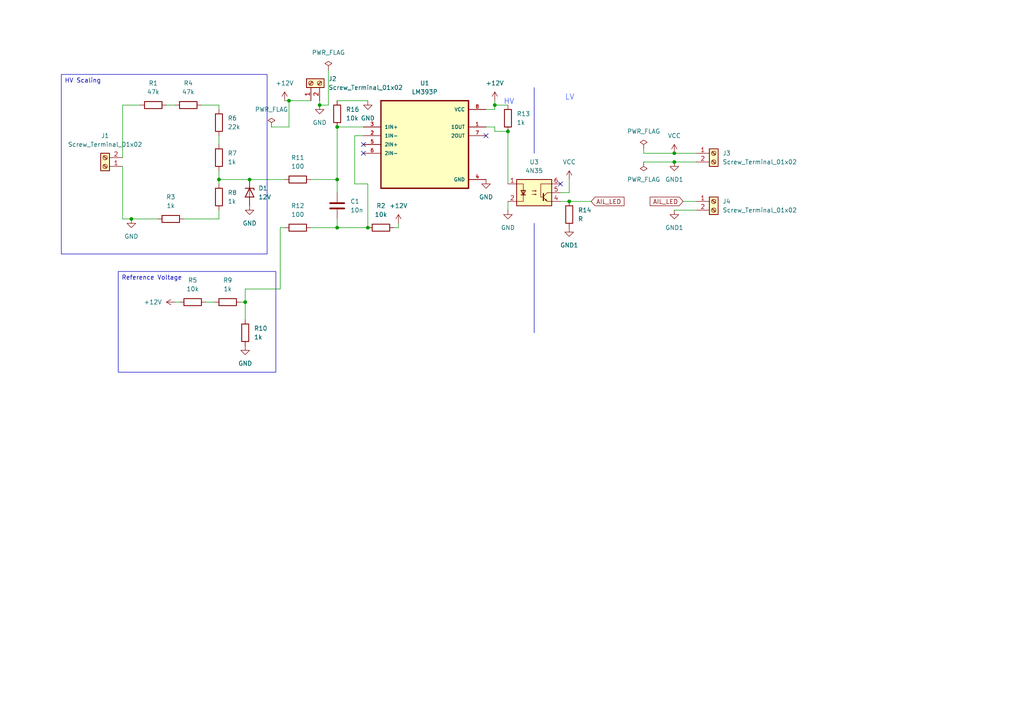
<source format=kicad_sch>
(kicad_sch (version 20230121) (generator eeschema)
  (paper "A4")
  (title_block (title "Accumulator Indicator Light") (rev "V1") (company "Phoenix Racing"))
  (lib_symbols
    (symbol "Connector:Screw_Terminal_01x02" (pin_names (offset 1.016) hide)
      (property "Reference" "J" (at 0 2.54 0))
      (property "Value" "Screw_Terminal_01x02" (at 0 -5.08 0))
      (symbol "Screw_Terminal_01x02_1_1"
        (rectangle (start -1.27 1.27) (end 1.27 -3.81) (stroke (width 0.254)) (fill (type background)))
        (circle (center 0 -2.54) (radius 0.635) (stroke (width 0.1524)))
        (polyline (pts (xy -0.5334 -2.2098) (xy 0.3302 -3.048)) (stroke (width 0.1524)))
        (polyline (pts (xy -0.5334 0.3302) (xy 0.3302 -0.508)) (stroke (width 0.1524)))
        (polyline (pts (xy -0.3556 -2.032) (xy 0.508 -2.8702)) (stroke (width 0.1524)))
        (polyline (pts (xy -0.3556 0.508) (xy 0.508 -0.3302)) (stroke (width 0.1524)))
        (circle (center 0 0) (radius 0.635) (stroke (width 0.1524)))
        (pin passive line (at -5.08 0 0) (length 3.81) (name "Pin_1") (number "1"))
        (pin passive line (at -5.08 -2.54 0) (length 3.81) (name "Pin_2") (number "2"))
      )
    )
    (symbol "Device:C" (pin_numbers hide) (pin_names (offset 0.254))
      (property "Reference" "C" (at 0.635 2.54 0))
      (property "Value" "C" (at 0.635 -2.54 0))
      (symbol "C_0_1"
        (polyline (pts (xy -2.032 -0.762) (xy 2.032 -0.762)) (stroke (width 0.508)))
        (polyline (pts (xy -2.032 0.762) (xy 2.032 0.762)) (stroke (width 0.508)))
      )
      (symbol "C_1_1"
        (pin passive line (at 0 3.81 270) (length 2.794) (name "~") (number "1"))
        (pin passive line (at 0 -3.81 90) (length 2.794) (name "~") (number "2"))
      )
    )
    (symbol "Device:D_Zener" (pin_numbers hide) (pin_names (offset 1.016) hide)
      (property "Reference" "D" (at 0 2.54 0))
      (property "Value" "D_Zener" (at 0 -2.54 0))
      (symbol "D_Zener_0_1"
        (polyline (pts (xy 1.27 0) (xy -1.27 0)))
        (polyline (pts (xy -1.27 -1.27) (xy -1.27 1.27) (xy -0.762 1.27)) (stroke (width 0.254)))
        (polyline (pts (xy 1.27 -1.27) (xy 1.27 1.27) (xy -1.27 0) (xy 1.27 -1.27)) (stroke (width 0.254)))
      )
      (symbol "D_Zener_1_1"
        (pin passive line (at -3.81 0 0) (length 2.54) (name "K") (number "1"))
        (pin passive line (at 3.81 0 180) (length 2.54) (name "A") (number "2"))
      )
    )
    (symbol "Device:R" (pin_numbers hide) (pin_names (offset 0))
      (property "Reference" "R" (at 2.032 0 90))
      (property "Value" "R" (at 0 0 90))
      (symbol "R_0_1"
        (rectangle (start -1.016 -2.54) (end 1.016 2.54) (stroke (width 0.254)))
      )
      (symbol "R_1_1"
        (pin passive line (at 0 3.81 270) (length 1.27) (name "~") (number "1"))
        (pin passive line (at 0 -3.81 90) (length 1.27) (name "~") (number "2"))
      )
    )
    (symbol "Isolator:4N35" (pin_names (offset 1.016))
      (property "Reference" "U" (at -5.08 5.08 0))
      (property "Value" "4N35" (at 0 5.08 0))
      (symbol "4N35_0_1"
        (rectangle (start -5.08 3.81) (end 5.08 -3.81) (stroke (width 0.254)) (fill (type background)))
        (polyline (pts (xy -3.81 -0.635) (xy -2.54 -0.635)) (stroke (width 0.254)))
        (polyline (pts (xy 2.667 -1.397) (xy 3.81 -2.54)))
        (polyline (pts (xy 2.667 -1.143) (xy 3.81 0)))
        (polyline (pts (xy 3.81 -2.54) (xy 5.08 -2.54)))
        (polyline (pts (xy 3.81 0) (xy 5.08 0)))
        (polyline (pts (xy 2.667 -0.254) (xy 2.667 -2.286) (xy 2.667 -2.286)) (stroke (width 0.3556)))
        (polyline (pts (xy -5.08 -2.54) (xy -3.175 -2.54) (xy -3.175 2.54) (xy -5.08 2.54)))
        (polyline (pts (xy -3.175 -0.635) (xy -3.81 0.635) (xy -2.54 0.635) (xy -3.175 -0.635)) (stroke (width 0.254)))
        (polyline (pts (xy 3.683 -2.413) (xy 3.429 -1.905) (xy 3.175 -2.159) (xy 3.683 -2.413)))
        (polyline (pts (xy 5.08 2.54) (xy 1.905 2.54) (xy 1.905 -1.27) (xy 2.54 -1.27)))
        (polyline (pts (xy -0.635 -0.508) (xy 0.635 -0.508) (xy 0.254 -0.635) (xy 0.254 -0.381) (xy 0.635 -0.508)))
        (polyline (pts (xy -0.635 0.508) (xy 0.635 0.508) (xy 0.254 0.381) (xy 0.254 0.635) (xy 0.635 0.508)))
      )
      (symbol "4N35_1_1"
        (pin passive line (at -7.62 2.54 0) (length 2.54) (name "~") (number "1"))
        (pin passive line (at -7.62 -2.54 0) (length 2.54) (name "~") (number "2"))
        (pin no_connect line (at -5.08 0 0) (length 2.54) hide (name "NC") (number "3"))
        (pin passive line (at 7.62 -2.54 180) (length 2.54) (name "~") (number "4"))
        (pin passive line (at 7.62 0 180) (length 2.54) (name "~") (number "5"))
        (pin passive line (at 7.62 2.54 180) (length 2.54) (name "~") (number "6"))
      )
    )
    (symbol "LM393:LM393P" (pin_names (offset 1.016))
      (property "Reference" "U" (at -12.7 13.7 0))
      (property "Value" "LM393P" (at -12.7 -16.7 0))
      (symbol "LM393P_0_0"
        (rectangle (start -12.7 -12.7) (end 12.7 12.7) (stroke (width 0.41)) (fill (type background)))
        (pin output line (at 17.78 5.08 180) (length 5.08) (name "1OUT") (number "1"))
        (pin input line (at -17.78 2.54 0) (length 5.08) (name "1IN-") (number "2"))
        (pin input line (at -17.78 5.08 0) (length 5.08) (name "1IN+") (number "3"))
        (pin power_in line (at 17.78 -10.16 180) (length 5.08) (name "GND") (number "4"))
        (pin input line (at -17.78 0 0) (length 5.08) (name "2IN+") (number "5"))
        (pin input line (at -17.78 -2.54 0) (length 5.08) (name "2IN-") (number "6"))
        (pin output line (at 17.78 2.54 180) (length 5.08) (name "2OUT") (number "7"))
        (pin power_in line (at 17.78 10.16 180) (length 5.08) (name "VCC") (number "8"))
      )
    )
    (symbol "power:+12V" (power) (pin_names (offset 0))
      (property "Value" "+12V" (at 0 3.556 0))
      (symbol "+12V_0_1"
        (polyline (pts (xy -0.762 1.27) (xy 0 2.54)))
        (polyline (pts (xy 0 0) (xy 0 2.54)))
        (polyline (pts (xy 0 2.54) (xy 0.762 1.27)))
      )
      (symbol "+12V_1_1"
        (pin power_in line (at 0 0 90) (length 0) hide (name "+12V") (number "1"))
      )
    )
    (symbol "power:GND" (power) (pin_names (offset 0))
      (property "Value" "GND" (at 0 -3.81 0))
      (symbol "GND_0_1"
        (polyline (pts (xy 0 0) (xy 0 -1.27) (xy 1.27 -1.27) (xy 0 -2.54) (xy -1.27 -1.27) (xy 0 -1.27)))
      )
      (symbol "GND_1_1"
        (pin power_in line (at 0 0 270) (length 0) hide (name "GND") (number "1"))
      )
    )
    (symbol "power:GND1" (power) (pin_names (offset 0))
      (property "Value" "GND1" (at 0 -3.81 0))
      (symbol "GND1_0_1"
        (polyline (pts (xy 0 0) (xy 0 -1.27) (xy 1.27 -1.27) (xy 0 -2.54) (xy -1.27 -1.27) (xy 0 -1.27)))
      )
      (symbol "GND1_1_1"
        (pin power_in line (at 0 0 270) (length 0) hide (name "GND1") (number "1"))
      )
    )
    (symbol "power:PWR_FLAG" (power) (pin_numbers hide) (pin_names (offset 0) hide)
      (property "Value" "PWR_FLAG" (at 0 3.81 0))
      (symbol "PWR_FLAG_0_0"
        (pin power_out line (at 0 0 90) (length 0) (name "pwr") (number "1"))
      )
      (symbol "PWR_FLAG_0_1"
        (polyline (pts (xy 0 0) (xy 0 1.27) (xy -1.016 1.905) (xy 0 2.54) (xy 1.016 1.905) (xy 0 1.27)))
      )
    )
    (symbol "power:VCC" (power) (pin_names (offset 0))
      (property "Value" "VCC" (at 0 3.81 0))
      (symbol "VCC_0_1"
        (polyline (pts (xy -0.762 1.27) (xy 0 2.54)))
        (polyline (pts (xy 0 0) (xy 0 2.54)))
        (polyline (pts (xy 0 2.54) (xy 0.762 1.27)))
      )
      (symbol "VCC_1_1"
        (pin power_in line (at 0 0 90) (length 0) hide (name "VCC") (number "1"))
      )
    )
  )
  (junction (at 165.1 58.42))
  (junction (at 38.1 63.5))
  (junction (at 97.79 36.83))
  (junction (at 92.71 30.48))
  (junction (at 195.58 44.45))
  (junction (at 72.39 52.07))
  (junction (at 71.12 87.63))
  (junction (at 106.68 66.04))
  (junction (at 63.5 52.07))
  (junction (at 83.82 29.21))
  (junction (at 97.79 52.07))
  (junction (at 143.51 30.48))
  (junction (at 97.79 66.04))
  (junction (at 195.58 46.99))
  (junction (at 147.32 38.1))
  (no_connect (at 105.41 44.45))
  (no_connect (at 162.56 53.34))
  (no_connect (at 140.97 39.37))
  (no_connect (at 105.41 41.91))
  (wire (pts (xy 186.69 46.99) (xy 195.58 46.99)))
  (wire (pts (xy 97.79 36.83) (xy 97.79 52.07)))
  (wire (pts (xy 140.97 36.83) (xy 143.51 36.83)))
  (wire (pts (xy 102.87 39.37) (xy 105.41 39.37)))
  (wire (pts (xy 97.79 36.83) (xy 105.41 36.83)))
  (wire (pts (xy 63.5 52.07) (xy 72.39 52.07)))
  (wire (pts (xy 195.58 60.96) (xy 201.93 60.96)))
  (wire (pts (xy 195.58 46.99) (xy 201.93 46.99)))
  (wire (pts (xy 165.1 58.42) (xy 171.45 58.42)))
  (wire (pts (xy 35.56 30.48) (xy 40.64 30.48)))
  (wire (pts (xy 63.5 39.37) (xy 63.5 41.91)))
  (wire (pts (xy 97.79 66.04) (xy 106.68 66.04)))
  (wire (pts (xy 53.34 63.5) (xy 63.5 63.5)))
  (wire (pts (xy 165.1 52.07) (xy 165.1 55.88)))
  (wire (pts (xy 143.51 30.48) (xy 143.51 31.75)))
  (wire (pts (xy 71.12 87.63) (xy 71.12 92.71)))
  (wire (pts (xy 63.5 63.5) (xy 63.5 60.96)))
  (wire (pts (xy 71.12 83.82) (xy 71.12 87.63)))
  (wire (pts (xy 35.56 63.5) (xy 38.1 63.5)))
  (wire (pts (xy 186.69 44.45) (xy 195.58 44.45)))
  (wire (pts (xy 92.71 30.48) (xy 95.25 30.48)))
  (wire (pts (xy 35.56 45.72) (xy 35.56 30.48)))
  (wire (pts (xy 162.56 58.42) (xy 165.1 58.42)))
  (wire (pts (xy 147.32 38.1) (xy 147.32 53.34)))
  (wire (pts (xy 90.17 52.07) (xy 97.79 52.07)))
  (wire (pts (xy 102.87 53.34) (xy 106.68 53.34)))
  (wire (pts (xy 143.51 30.48) (xy 147.32 30.48)))
  (wire (pts (xy 90.17 66.04) (xy 97.79 66.04)))
  (wire (pts (xy 58.42 30.48) (xy 63.5 30.48)))
  (wire (pts (xy 63.5 49.53) (xy 63.5 52.07)))
  (wire (pts (xy 78.74 36.83) (xy 83.82 36.83)))
  (wire (pts (xy 59.69 87.63) (xy 62.23 87.63)))
  (wire (pts (xy 92.71 30.48) (xy 92.71 29.21)))
  (wire (pts (xy 35.56 48.26) (xy 35.56 63.5)))
  (wire (pts (xy 186.69 43.18) (xy 186.69 44.45)))
  (wire (pts (xy 69.85 87.63) (xy 71.12 87.63)))
  (wire (pts (xy 71.12 83.82) (xy 81.28 83.82)))
  (wire (pts (xy 195.58 44.45) (xy 201.93 44.45)))
  (wire (pts (xy 147.32 58.42) (xy 147.32 60.96)))
  (wire (pts (xy 97.79 29.21) (xy 106.68 29.21)))
  (wire (pts (xy 95.25 20.32) (xy 95.25 30.48)))
  (wire (pts (xy 72.39 52.07) (xy 82.55 52.07)))
  (wire (pts (xy 97.79 52.07) (xy 97.79 55.88)))
  (wire (pts (xy 115.57 64.77) (xy 115.57 66.04)))
  (wire (pts (xy 165.1 55.88) (xy 162.56 55.88)))
  (wire (pts (xy 63.5 30.48) (xy 63.5 31.75)))
  (wire (pts (xy 38.1 63.5) (xy 45.72 63.5)))
  (wire (pts (xy 143.51 38.1) (xy 147.32 38.1)))
  (wire (pts (xy 81.28 66.04) (xy 82.55 66.04)))
  (wire (pts (xy 97.79 63.5) (xy 97.79 66.04)))
  (wire (pts (xy 198.12 58.42) (xy 201.93 58.42)))
  (wire (pts (xy 48.26 30.48) (xy 50.8 30.48)))
  (wire (pts (xy 114.3 66.04) (xy 115.57 66.04)))
  (wire (pts (xy 143.51 29.21) (xy 143.51 30.48)))
  (wire (pts (xy 63.5 52.07) (xy 63.5 53.34)))
  (wire (pts (xy 50.8 87.63) (xy 52.07 87.63)))
  (wire (pts (xy 143.51 36.83) (xy 143.51 38.1)))
  (wire (pts (xy 106.68 53.34) (xy 106.68 66.04)))
  (wire (pts (xy 82.55 29.21) (xy 83.82 29.21)))
  (wire (pts (xy 102.87 39.37) (xy 102.87 53.34)))
  (wire (pts (xy 81.28 83.82) (xy 81.28 66.04)))
  (wire (pts (xy 140.97 31.75) (xy 143.51 31.75)))
  (wire (pts (xy 83.82 29.21) (xy 90.17 29.21)))
  (wire (pts (xy 83.82 29.21) (xy 83.82 36.83)))
  (rectangle (start 154.94 64.77) (end 154.94 96.52))
  (rectangle (start 154.94 25.4) (end 154.94 44.45))
  (text_box "Reference Voltage" (at 34.29 78.74 0) (size 45.72 29.21) (effects (font (size 1.27 1.27)) (justify left top)))
  (text_box "HV Scaling" (at 17.78 21.59 0) (size 59.69 52.07) (effects (font (size 1.27 1.27)) (justify left top)))
  (text "LV" (at 163.83 29.21 0) (effects (font (size 1.57 1.57)) (justify left bottom)))
  (text "HV" (at 146.05 30.48 0) (effects (font (size 1.57 1.57)) (justify left bottom)))
  (global_label "AIL_LED" (shape input) (at 198.12 58.42 180) (property "Intersheetrefs" "${INTERSHEET_REFS}" (effects hide)))
  (global_label "AIL_LED" (shape input) (at 171.45 58.42 0) (property "Intersheetrefs" "${INTERSHEET_REFS}" (effects hide)))
  (symbol (lib_id "Device:R") (at 86.36 52.07 90) (unit 1)
    (property "Reference" "R11" (at 86.36 45.72 90))
    (property "Value" "100" (at 86.36 48.26 90))
    (property "Footprint" "Resistor_SMD:R_0805_2012Metric" (effects hide))
  )
  (symbol (lib_id "Device:R") (at 63.5 45.72 0) (unit 1)
    (property "Reference" "R7" (at 66.04 44.45 0) (effects (justify left)))
    (property "Value" "1k" (at 66.04 46.99 0) (effects (justify left)))
    (property "Footprint" "Resistor_SMD:R_0805_2012Metric" (effects hide))
  )
  (symbol (lib_id "power:PWR_FLAG") (at 186.69 43.18 0) (unit 1)
    (property "Reference" "#FLG03" (effects hide))
    (property "Value" "PWR_FLAG" (at 186.69 38.1 0))
  )
  (symbol (lib_id "Connector:Screw_Terminal_01x02") (at 207.01 58.42 0) (unit 1)
    (property "Reference" "J4" (at 209.55 58.42 0) (effects (justify left)))
    (property "Value" "Screw_Terminal_01x02" (at 209.55 60.96 0) (effects (justify left)))
  )
  (symbol (lib_id "Connector:Screw_Terminal_01x02") (at 30.48 48.26 180) (unit 1)
    (property "Reference" "J1" (at 30.48 39.37 0))
    (property "Value" "Screw_Terminal_01x02" (at 30.48 41.91 0))
    (property "Footprint" "TerminalBlock_Phoenix:TerminalBlock_Phoenix_MKDS-1,5-2-5.08_1x02_P5.08mm_Horizontal" (effects hide))
  )
  (symbol (lib_id "power:GND1") (at 195.58 46.99 0) (unit 1)
    (property "Reference" "#PWR013" (effects hide))
    (property "Value" "GND1" (at 195.58 52.07 0))
  )
  (symbol (lib_id "power:VCC") (at 165.1 52.07 0) (unit 1)
    (property "Reference" "#PWR011" (effects hide))
    (property "Value" "VCC" (at 165.1 46.99 0))
  )
  (symbol (lib_id "power:+12V") (at 115.57 64.77 0) (unit 1)
    (property "Reference" "#PWR09" (effects hide))
    (property "Value" "+12V" (at 115.57 59.69 0))
  )
  (symbol (lib_id "power:GND") (at 147.32 60.96 0) (unit 1)
    (property "Reference" "#PWR07" (effects hide))
    (property "Value" "GND" (at 147.32 66.04 0))
  )
  (symbol (lib_id "power:GND") (at 71.12 100.33 0) (unit 1)
    (property "Reference" "#PWR03" (effects hide))
    (property "Value" "GND" (at 71.12 105.41 0))
  )
  (symbol (lib_id "power:GND") (at 38.1 63.5 0) (unit 1)
    (property "Reference" "#PWR01" (effects hide))
    (property "Value" "GND" (at 38.1 68.58 0))
  )
  (symbol (lib_id "LM393:LM393P") (at 123.19 41.91 0) (unit 1)
    (property "Reference" "U1" (at 123.19 24.13 0))
    (property "Value" "LM393P" (at 123.19 26.67 0))
    (property "Footprint" "LM393P:DIP794W45P254L959H508Q8" (effects hide))
    (property "MF" "Texas Instruments" (effects hide))
    (property "Description" "\nDual differential comparator, commercial grade\n" (effects hide))
    (property "Package" "PDIP-8 Texas" (effects hide))
    (property "Price" "None" (effects hide))
    (property "SnapEDA_Link" "https://www.snapeda.com/parts/LM393P/Texas+Instruments/view-part/?ref=snap" (effects hide))
    (property "MP" "LM393P" (effects hide))
    (property "Purchase-URL" "https://www.snapeda.com/api/url_track_click_mouser/?unipart_id=6436&manufacturer=Texas Instruments&part_name=LM393P&search_term=lm393" (effects hide))
    (property "Availability" "In Stock" (effects hide))
    (property "Check_prices" "https://www.snapeda.com/parts/LM393P/Texas+Instruments/view-part/?ref=eda" (effects hide))
  )
  (symbol (lib_id "Device:R") (at 66.04 87.63 270) (unit 1)
    (property "Reference" "R9" (at 66.04 81.28 90))
    (property "Value" "1k" (at 66.04 83.82 90))
    (property "Footprint" "Resistor_SMD:R_0805_2012Metric" (effects hide))
  )
  (symbol (lib_id "power:+12V") (at 143.51 29.21 0) (unit 1)
    (property "Reference" "#PWR06" (effects hide))
    (property "Value" "+12V" (at 143.51 24.13 0))
  )
  (symbol (lib_id "Device:R") (at 110.49 66.04 90) (unit 1)
    (property "Reference" "R2" (at 110.49 59.69 90))
    (property "Value" "10k" (at 110.49 62.23 90))
  )
  (symbol (lib_id "Device:R") (at 71.12 96.52 0) (unit 1)
    (property "Reference" "R10" (at 73.66 95.25 0) (effects (justify left)))
    (property "Value" "1k" (at 73.66 97.79 0) (effects (justify left)))
    (property "Footprint" "Resistor_SMD:R_0805_2012Metric" (effects hide))
  )
  (symbol (lib_id "Device:D_Zener") (at 72.39 55.88 270) (unit 1)
    (property "Reference" "D1" (at 74.93 54.61 90) (effects (justify left)))
    (property "Value" "12V" (at 74.93 57.15 90) (effects (justify left)))
    (property "Footprint" "Diode_THT:D_DO-35_SOD27_P7.62mm_Horizontal" (effects hide))
  )
  (symbol (lib_id "power:GND1") (at 195.58 60.96 0) (unit 1)
    (property "Reference" "#PWR015" (effects hide))
    (property "Value" "GND1" (at 195.58 66.04 0))
  )
  (symbol (lib_id "power:PWR_FLAG") (at 78.74 36.83 0) (unit 1)
    (property "Reference" "#FLG01" (effects hide))
    (property "Value" "PWR_FLAG" (at 78.74 31.75 0))
  )
  (symbol (lib_id "power:GND1") (at 165.1 66.04 0) (unit 1)
    (property "Reference" "#PWR014" (effects hide))
    (property "Value" "GND1" (at 165.1 71.12 0))
  )
  (symbol (lib_id "Device:R") (at 97.79 33.02 0) (unit 1)
    (property "Reference" "R16" (at 100.33 31.75 0) (effects (justify left)))
    (property "Value" "10k" (at 100.33 34.29 0) (effects (justify left)))
  )
  (symbol (lib_id "power:PWR_FLAG") (at 186.69 46.99 180) (unit 1)
    (property "Reference" "#FLG04" (effects hide))
    (property "Value" "PWR_FLAG" (at 186.69 52.07 0))
  )
  (symbol (lib_id "Device:R") (at 55.88 87.63 270) (unit 1)
    (property "Reference" "R5" (at 55.88 81.28 90))
    (property "Value" "10k" (at 55.88 83.82 90))
    (property "Footprint" "Resistor_SMD:R_0805_2012Metric" (effects hide))
  )
  (symbol (lib_id "power:+12V") (at 82.55 29.21 0) (unit 1)
    (property "Reference" "#PWR05" (effects hide))
    (property "Value" "+12V" (at 82.55 24.13 0))
  )
  (symbol (lib_id "Device:R") (at 63.5 35.56 0) (unit 1)
    (property "Reference" "R6" (at 66.04 34.29 0) (effects (justify left)))
    (property "Value" "22k" (at 66.04 36.83 0) (effects (justify left)))
    (property "Footprint" "Resistor_SMD:R_0805_2012Metric" (effects hide))
  )
  (symbol (lib_id "Device:R") (at 54.61 30.48 90) (unit 1)
    (property "Reference" "R4" (at 54.61 24.13 90))
    (property "Value" "47k" (at 54.61 26.67 90))
    (property "Footprint" "Resistor_SMD:R_0805_2012Metric" (effects hide))
  )
  (symbol (lib_id "power:PWR_FLAG") (at 95.25 20.32 0) (unit 1)
    (property "Reference" "#FLG02" (effects hide))
    (property "Value" "PWR_FLAG" (at 95.25 15.24 0))
  )
  (symbol (lib_id "Device:R") (at 147.32 34.29 0) (unit 1)
    (property "Reference" "R13" (at 149.86 33.02 0) (effects (justify left)))
    (property "Value" "1k" (at 149.86 35.56 0) (effects (justify left)))
    (property "Footprint" "Resistor_SMD:R_0805_2012Metric" (effects hide))
  )
  (symbol (lib_id "Device:R") (at 49.53 63.5 90) (unit 1)
    (property "Reference" "R3" (at 49.53 57.15 90))
    (property "Value" "1k" (at 49.53 59.69 90))
    (property "Footprint" "Resistor_SMD:R_0805_2012Metric" (effects hide))
  )
  (symbol (lib_id "power:GND") (at 140.97 52.07 0) (unit 1)
    (property "Reference" "#PWR016" (effects hide))
    (property "Value" "GND" (at 140.97 57.15 0))
  )
  (symbol (lib_id "Connector:Screw_Terminal_01x02") (at 207.01 44.45 0) (unit 1)
    (property "Reference" "J3" (at 209.55 44.45 0) (effects (justify left)))
    (property "Value" "Screw_Terminal_01x02" (at 209.55 46.99 0) (effects (justify left)))
    (property "Footprint" "TerminalBlock_Phoenix:TerminalBlock_Phoenix_MKDS-1,5-2-5.08_1x02_P5.08mm_Horizontal" (effects hide))
  )
  (symbol (lib_id "power:VCC") (at 195.58 44.45 0) (unit 1)
    (property "Reference" "#PWR012" (effects hide))
    (property "Value" "VCC" (at 195.58 39.37 0))
  )
  (symbol (lib_id "power:GND") (at 106.68 29.21 0) (unit 1)
    (property "Reference" "#PWR010" (effects hide))
    (property "Value" "GND" (at 106.68 34.29 0))
  )
  (symbol (lib_id "Device:C") (at 97.79 59.69 0) (unit 1)
    (property "Reference" "C1" (at 101.6 58.42 0) (effects (justify left)))
    (property "Value" "10n" (at 101.6 60.96 0) (effects (justify left)))
    (property "Footprint" "Capacitor_SMD:C_0603_1608Metric" (effects hide))
  )
  (symbol (lib_id "Connector:Screw_Terminal_01x02") (at 90.17 24.13 90) (unit 1)
    (property "Reference" "J2" (at 95.25 22.86 90) (effects (justify right)))
    (property "Value" "Screw_Terminal_01x02" (at 95.25 25.4 90) (effects (justify right)))
    (property "Footprint" "TerminalBlock_Phoenix:TerminalBlock_Phoenix_MKDS-1,5-2-5.08_1x02_P5.08mm_Horizontal" (effects hide))
  )
  (symbol (lib_id "Isolator:4N35") (at 154.94 55.88 0) (unit 1)
    (property "Reference" "U3" (at 154.94 46.99 0))
    (property "Value" "4N35" (at 154.94 49.53 0))
    (property "Footprint" "Package_DIP:DIP-6_W7.62mm" (effects hide))
    (property "Datasheet" "https://www.vishay.com/docs/81181/4n35.pdf" (effects hide))
  )
  (symbol (lib_id "Device:R") (at 63.5 57.15 0) (unit 1)
    (property "Reference" "R8" (at 66.04 55.88 0) (effects (justify left)))
    (property "Value" "1k" (at 66.04 58.42 0) (effects (justify left)))
    (property "Footprint" "Resistor_SMD:R_0805_2012Metric" (effects hide))
  )
  (symbol (lib_id "Device:R") (at 165.1 62.23 0) (unit 1)
    (property "Reference" "R14" (at 167.64 60.96 0) (effects (justify left)))
    (property "Value" "R" (at 167.64 63.5 0) (effects (justify left)))
  )
  (symbol (lib_id "Device:R") (at 44.45 30.48 270) (unit 1)
    (property "Reference" "R1" (at 44.45 24.13 90))
    (property "Value" "47k" (at 44.45 26.67 90))
    (property "Footprint" "Resistor_SMD:R_0805_2012Metric" (effects hide))
  )
  (symbol (lib_id "power:GND") (at 92.71 30.48 0) (unit 1)
    (property "Reference" "#PWR08" (effects hide))
    (property "Value" "GND" (at 92.71 35.56 0))
  )
  (symbol (lib_id "power:+12V") (at 50.8 87.63 90) (unit 1)
    (property "Reference" "#PWR02" (effects hide))
    (property "Value" "+12V" (at 46.99 87.63 90) (effects (justify left)))
  )
  (symbol (lib_id "Device:R") (at 86.36 66.04 90) (unit 1)
    (property "Reference" "R12" (at 86.36 59.69 90))
    (property "Value" "100" (at 86.36 62.23 90))
    (property "Footprint" "Resistor_SMD:R_0805_2012Metric" (effects hide))
  )
  (symbol (lib_id "power:GND") (at 72.39 59.69 0) (unit 1)
    (property "Reference" "#PWR04" (effects hide))
    (property "Value" "GND" (at 72.39 64.77 0))
  )
)
</source>
